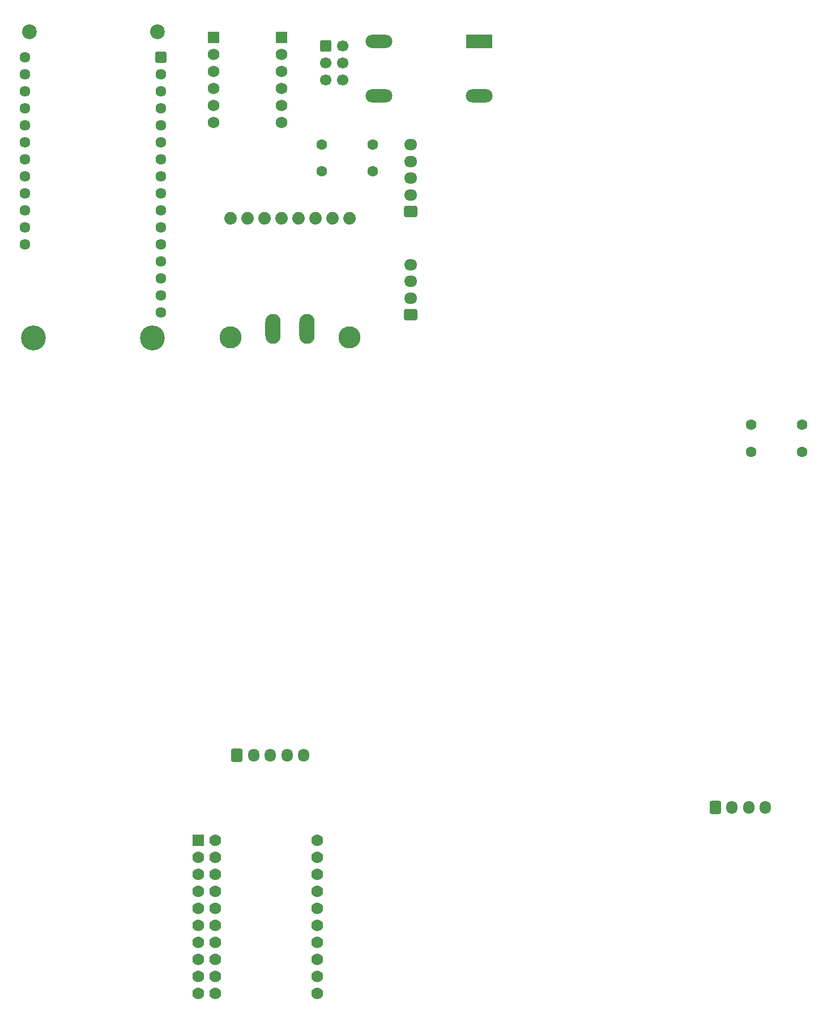
<source format=gbr>
%TF.GenerationSoftware,KiCad,Pcbnew,9.0.2*%
%TF.CreationDate,2025-06-23T18:11:02+02:00*%
%TF.ProjectId,trotten pcb,74726f74-7465-46e2-9070-63622e6b6963,rev?*%
%TF.SameCoordinates,Original*%
%TF.FileFunction,Soldermask,Top*%
%TF.FilePolarity,Negative*%
%FSLAX46Y46*%
G04 Gerber Fmt 4.6, Leading zero omitted, Abs format (unit mm)*
G04 Created by KiCad (PCBNEW 9.0.2) date 2025-06-23 18:11:02*
%MOMM*%
%LPD*%
G01*
G04 APERTURE LIST*
G04 Aperture macros list*
%AMRoundRect*
0 Rectangle with rounded corners*
0 $1 Rounding radius*
0 $2 $3 $4 $5 $6 $7 $8 $9 X,Y pos of 4 corners*
0 Add a 4 corners polygon primitive as box body*
4,1,4,$2,$3,$4,$5,$6,$7,$8,$9,$2,$3,0*
0 Add four circle primitives for the rounded corners*
1,1,$1+$1,$2,$3*
1,1,$1+$1,$4,$5*
1,1,$1+$1,$6,$7*
1,1,$1+$1,$8,$9*
0 Add four rect primitives between the rounded corners*
20,1,$1+$1,$2,$3,$4,$5,0*
20,1,$1+$1,$4,$5,$6,$7,0*
20,1,$1+$1,$6,$7,$8,$9,0*
20,1,$1+$1,$8,$9,$2,$3,0*%
G04 Aperture macros list end*
%ADD10RoundRect,0.250000X-0.600000X-0.600000X0.600000X-0.600000X0.600000X0.600000X-0.600000X0.600000X0*%
%ADD11C,1.700000*%
%ADD12O,2.286000X4.470400*%
%ADD13C,1.879600*%
%ADD14C,3.301600*%
%ADD15C,1.600000*%
%ADD16RoundRect,0.250000X-0.600000X-0.725000X0.600000X-0.725000X0.600000X0.725000X-0.600000X0.725000X0*%
%ADD17O,1.700000X1.950000*%
%ADD18R,1.778000X1.778000*%
%ADD19C,1.778000*%
%ADD20RoundRect,0.250000X0.725000X-0.600000X0.725000X0.600000X-0.725000X0.600000X-0.725000X-0.600000X0*%
%ADD21O,1.950000X1.700000*%
%ADD22C,1.728000*%
%ADD23RoundRect,0.102000X-0.762000X-0.762000X0.762000X-0.762000X0.762000X0.762000X-0.762000X0.762000X0*%
%ADD24R,4.000000X2.000000*%
%ADD25O,4.000000X2.000000*%
%ADD26C,2.200000*%
%ADD27RoundRect,0.102000X0.704000X-0.704000X0.704000X0.704000X-0.704000X0.704000X-0.704000X-0.704000X0*%
%ADD28C,1.612000*%
%ADD29C,3.720000*%
G04 APERTURE END LIST*
D10*
%TO.C,J5*%
X125250000Y-35750000D03*
D11*
X127790000Y-35750000D03*
X125250000Y-38290000D03*
X127790000Y-38290000D03*
X125250000Y-40830000D03*
X127790000Y-40830000D03*
%TD*%
D12*
%TO.C,U7*%
X122475000Y-77966800D03*
D13*
X113585000Y-61456800D03*
X126285000Y-61456800D03*
X118665000Y-61456800D03*
X121205000Y-61456800D03*
X123745000Y-61456800D03*
X128825000Y-61456800D03*
X116125000Y-61456800D03*
D12*
X117395000Y-77966800D03*
D13*
X111045000Y-61456800D03*
D14*
X128825000Y-79236800D03*
X111045000Y-79236800D03*
%TD*%
D15*
%TO.C,R4*%
X124690000Y-54500000D03*
X132310000Y-54500000D03*
%TD*%
%TO.C,R3*%
X124690000Y-50500000D03*
X132310000Y-50500000D03*
%TD*%
%TO.C,R2*%
X188880000Y-96400000D03*
X196500000Y-96400000D03*
%TD*%
%TO.C,R1*%
X188880000Y-92350000D03*
X196500000Y-92350000D03*
%TD*%
D16*
%TO.C,J3*%
X112000000Y-141700000D03*
D17*
X114500000Y-141700000D03*
X117000000Y-141700000D03*
X119500000Y-141700000D03*
X122000000Y-141700000D03*
%TD*%
D18*
%TO.C,MODULE1*%
X106220000Y-154420000D03*
D19*
X106220000Y-156960000D03*
X106220000Y-159500000D03*
X106220000Y-162040000D03*
X106220000Y-164580000D03*
X106220000Y-167120000D03*
X106220000Y-169660000D03*
X106220000Y-172200000D03*
X106220000Y-174740000D03*
X106220000Y-177280000D03*
X108760000Y-154420000D03*
X108760000Y-156960000D03*
X108760000Y-159500000D03*
X108760000Y-162040000D03*
X108760000Y-164580000D03*
X108760000Y-167120000D03*
X108760000Y-169660000D03*
X108760000Y-172200000D03*
X108760000Y-174740000D03*
X108760000Y-177280000D03*
X124000000Y-177280000D03*
X124000000Y-174740000D03*
X124000000Y-172200000D03*
X124000000Y-169660000D03*
X124000000Y-167120000D03*
X124000000Y-164580000D03*
X124000000Y-162040000D03*
X124000000Y-159500000D03*
X124000000Y-156960000D03*
X124000000Y-154420000D03*
%TD*%
D20*
%TO.C,J1*%
X138000000Y-75900000D03*
D21*
X138000000Y-73400000D03*
X138000000Y-70900000D03*
X138000000Y-68400000D03*
%TD*%
D22*
%TO.C,U2*%
X118660000Y-42080000D03*
X108500000Y-42080000D03*
X118660000Y-39540000D03*
D23*
X118660000Y-34460000D03*
D22*
X118660000Y-37000000D03*
X118660000Y-44620000D03*
X118660000Y-47160000D03*
X108500000Y-39540000D03*
D23*
X108500000Y-34460000D03*
D22*
X108500000Y-37000000D03*
X108500000Y-44620000D03*
X108500000Y-47160000D03*
%TD*%
D24*
%TO.C,U1*%
X148250000Y-35067000D03*
D25*
X148250000Y-43187000D03*
X133270000Y-35067000D03*
X133270000Y-43187000D03*
%TD*%
D16*
%TO.C,J4*%
X183500000Y-149500000D03*
D17*
X186000000Y-149500000D03*
X188500000Y-149500000D03*
X191000000Y-149500000D03*
%TD*%
D20*
%TO.C,J2*%
X138000000Y-60500000D03*
D21*
X138000000Y-58000000D03*
X138000000Y-55500000D03*
X138000000Y-53000000D03*
X138000000Y-50500000D03*
%TD*%
D26*
%TO.C,U3*%
X80975000Y-33640000D03*
X100088500Y-33640000D03*
D27*
X100660000Y-37450000D03*
D28*
X100660000Y-39990000D03*
X100660000Y-42530000D03*
X100660000Y-45070000D03*
X100660000Y-47610000D03*
X100660000Y-50150000D03*
X100660000Y-52690000D03*
X100660000Y-55230000D03*
X100660000Y-57770000D03*
X100660000Y-60310000D03*
X100660000Y-62850000D03*
X100660000Y-65390000D03*
X100660000Y-67930000D03*
X100660000Y-70470000D03*
X100660000Y-73010000D03*
X100660000Y-75550000D03*
X80340000Y-65390000D03*
X80340000Y-62850000D03*
X80340000Y-60310000D03*
X80340000Y-57770000D03*
X80340000Y-55230000D03*
X80340000Y-52690000D03*
X80340000Y-50150000D03*
X80340000Y-47610000D03*
X80340000Y-45070000D03*
X80340000Y-42530000D03*
X80340000Y-39990000D03*
X80340000Y-37450000D03*
D29*
X99390000Y-79360000D03*
X81610000Y-79360000D03*
%TD*%
M02*

</source>
